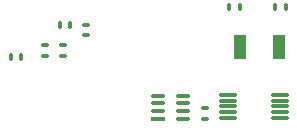
<source format=gbp>
G04*
G04 #@! TF.GenerationSoftware,Altium Limited,Altium Designer,23.3.1 (30)*
G04*
G04 Layer_Color=128*
%FSLAX44Y44*%
%MOMM*%
G71*
G04*
G04 #@! TF.SameCoordinates,958C5144-9DDC-4948-B6D7-F64729F80DFD*
G04*
G04*
G04 #@! TF.FilePolarity,Positive*
G04*
G01*
G75*
G04:AMPARAMS|DCode=14|XSize=0.4mm|YSize=0.6mm|CornerRadius=0.1mm|HoleSize=0mm|Usage=FLASHONLY|Rotation=0.000|XOffset=0mm|YOffset=0mm|HoleType=Round|Shape=RoundedRectangle|*
%AMROUNDEDRECTD14*
21,1,0.4000,0.4000,0,0,0.0*
21,1,0.2000,0.6000,0,0,0.0*
1,1,0.2000,0.1000,-0.2000*
1,1,0.2000,-0.1000,-0.2000*
1,1,0.2000,-0.1000,0.2000*
1,1,0.2000,0.1000,0.2000*
%
%ADD14ROUNDEDRECTD14*%
G04:AMPARAMS|DCode=15|XSize=0.4mm|YSize=0.6mm|CornerRadius=0.1mm|HoleSize=0mm|Usage=FLASHONLY|Rotation=90.000|XOffset=0mm|YOffset=0mm|HoleType=Round|Shape=RoundedRectangle|*
%AMROUNDEDRECTD15*
21,1,0.4000,0.4000,0,0,90.0*
21,1,0.2000,0.6000,0,0,90.0*
1,1,0.2000,0.2000,0.1000*
1,1,0.2000,0.2000,-0.1000*
1,1,0.2000,-0.2000,-0.1000*
1,1,0.2000,-0.2000,0.1000*
%
%ADD15ROUNDEDRECTD15*%
G04:AMPARAMS|DCode=35|XSize=1.45mm|YSize=0.3mm|CornerRadius=0.0495mm|HoleSize=0mm|Usage=FLASHONLY|Rotation=180.000|XOffset=0mm|YOffset=0mm|HoleType=Round|Shape=RoundedRectangle|*
%AMROUNDEDRECTD35*
21,1,1.4500,0.2010,0,0,180.0*
21,1,1.3510,0.3000,0,0,180.0*
1,1,0.0990,-0.6755,0.1005*
1,1,0.0990,0.6755,0.1005*
1,1,0.0990,0.6755,-0.1005*
1,1,0.0990,-0.6755,-0.1005*
%
%ADD35ROUNDEDRECTD35*%
G04:AMPARAMS|DCode=36|XSize=1.2052mm|YSize=0.4149mm|CornerRadius=0.2075mm|HoleSize=0mm|Usage=FLASHONLY|Rotation=0.000|XOffset=0mm|YOffset=0mm|HoleType=Round|Shape=RoundedRectangle|*
%AMROUNDEDRECTD36*
21,1,1.2052,0.0000,0,0,0.0*
21,1,0.7903,0.4149,0,0,0.0*
1,1,0.4149,0.3952,0.0000*
1,1,0.4149,-0.3952,0.0000*
1,1,0.4149,-0.3952,0.0000*
1,1,0.4149,0.3952,0.0000*
%
%ADD36ROUNDEDRECTD36*%
%ADD37R,1.2052X0.4149*%
%ADD38R,1.1000X2.0500*%
D14*
X350000Y110000D02*
D03*
X359000D02*
D03*
X320000D02*
D03*
X311000D02*
D03*
X135000Y68000D02*
D03*
X126000D02*
D03*
X176500Y95000D02*
D03*
X167500D02*
D03*
D15*
X170000Y77500D02*
D03*
Y68500D02*
D03*
X290750Y24500D02*
D03*
Y15500D02*
D03*
X155000Y68500D02*
D03*
Y77500D02*
D03*
X190000Y86000D02*
D03*
Y95000D02*
D03*
D35*
X353750Y35750D02*
D03*
Y30750D02*
D03*
Y25750D02*
D03*
Y20750D02*
D03*
Y15750D02*
D03*
X309750D02*
D03*
Y20750D02*
D03*
Y25750D02*
D03*
Y30750D02*
D03*
Y35750D02*
D03*
D36*
X271750Y15250D02*
D03*
Y21750D02*
D03*
Y28250D02*
D03*
Y34750D02*
D03*
X250740D02*
D03*
Y28250D02*
D03*
Y21750D02*
D03*
D37*
Y15250D02*
D03*
D38*
X319750Y76000D02*
D03*
X352750D02*
D03*
M02*

</source>
